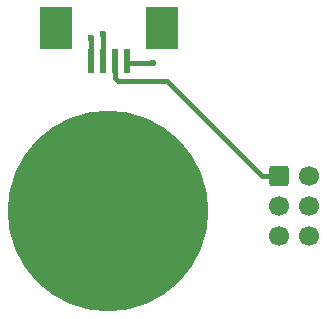
<source format=gbr>
%TF.GenerationSoftware,KiCad,Pcbnew,8.0.6*%
%TF.CreationDate,2025-02-12T14:20:06-05:00*%
%TF.ProjectId,module led hall,6d6f6475-6c65-4206-9c65-642068616c6c,rev?*%
%TF.SameCoordinates,Original*%
%TF.FileFunction,Copper,L1,Top*%
%TF.FilePolarity,Positive*%
%FSLAX46Y46*%
G04 Gerber Fmt 4.6, Leading zero omitted, Abs format (unit mm)*
G04 Created by KiCad (PCBNEW 8.0.6) date 2025-02-12 14:20:06*
%MOMM*%
%LPD*%
G01*
G04 APERTURE LIST*
G04 Aperture macros list*
%AMRoundRect*
0 Rectangle with rounded corners*
0 $1 Rounding radius*
0 $2 $3 $4 $5 $6 $7 $8 $9 X,Y pos of 4 corners*
0 Add a 4 corners polygon primitive as box body*
4,1,4,$2,$3,$4,$5,$6,$7,$8,$9,$2,$3,0*
0 Add four circle primitives for the rounded corners*
1,1,$1+$1,$2,$3*
1,1,$1+$1,$4,$5*
1,1,$1+$1,$6,$7*
1,1,$1+$1,$8,$9*
0 Add four rect primitives between the rounded corners*
20,1,$1+$1,$2,$3,$4,$5,0*
20,1,$1+$1,$4,$5,$6,$7,0*
20,1,$1+$1,$6,$7,$8,$9,0*
20,1,$1+$1,$8,$9,$2,$3,0*%
G04 Aperture macros list end*
%TA.AperFunction,ComponentPad*%
%ADD10RoundRect,0.250000X-0.600000X-0.600000X0.600000X-0.600000X0.600000X0.600000X-0.600000X0.600000X0*%
%TD*%
%TA.AperFunction,ComponentPad*%
%ADD11C,1.700000*%
%TD*%
%TA.AperFunction,SMDPad,CuDef*%
%ADD12R,0.610000X2.000000*%
%TD*%
%TA.AperFunction,SMDPad,CuDef*%
%ADD13R,2.680000X3.600000*%
%TD*%
%TA.AperFunction,ViaPad*%
%ADD14C,17.000000*%
%TD*%
%TA.AperFunction,ViaPad*%
%ADD15C,0.600000*%
%TD*%
%TA.AperFunction,Conductor*%
%ADD16C,0.400000*%
%TD*%
G04 APERTURE END LIST*
D10*
%TO.P,J1,1,Pin_1*%
%TO.N,VCC*%
X114500000Y-97000000D03*
D11*
%TO.P,J1,2,Pin_2*%
%TO.N,Red*%
X117040000Y-97000000D03*
%TO.P,J1,3,Pin_3*%
%TO.N,Green*%
X114500000Y-99540000D03*
%TO.P,J1,4,Pin_4*%
%TO.N,Blue*%
X117040000Y-99540000D03*
%TO.P,J1,5,Pin_5*%
%TO.N,Signal*%
X114500000Y-102080000D03*
%TO.P,J1,6,Pin_6*%
%TO.N,GND*%
X117040000Y-102080000D03*
%TD*%
D12*
%TO.P,J2,1,Pin_1*%
%TO.N,Net-(J2-Pin_1)*%
X101550000Y-87340000D03*
%TO.P,J2,2,Pin_2*%
%TO.N,VCC*%
X100550000Y-87340000D03*
%TO.P,J2,3,Pin_3*%
%TO.N,Net-(J2-Pin_3)*%
X99550000Y-87340000D03*
%TO.P,J2,4,Pin_4*%
%TO.N,Net-(J2-Pin_4)*%
X98550000Y-87340000D03*
D13*
%TO.P,J2,MP,MountPin*%
%TO.N,unconnected-(J2-MountPin-PadMP)*%
X104540000Y-84540000D03*
X95560000Y-84540000D03*
%TD*%
D14*
%TO.N,*%
X100000000Y-100000000D03*
D15*
%TO.N,Net-(J2-Pin_1)*%
X103810000Y-87460000D03*
%TO.N,Net-(J2-Pin_4)*%
X98550000Y-85380000D03*
%TO.N,Net-(J2-Pin_3)*%
X99550000Y-85020000D03*
%TD*%
D16*
%TO.N,VCC*%
X105000000Y-89000000D02*
X113000000Y-97000000D01*
X100550000Y-87340000D02*
X100550000Y-88740000D01*
X100810000Y-89000000D02*
X105000000Y-89000000D01*
X100550000Y-88740000D02*
X100810000Y-89000000D01*
X113000000Y-97000000D02*
X114500000Y-97000000D01*
%TO.N,Blue*%
X117120000Y-99540000D02*
X117040000Y-99540000D01*
%TO.N,Signal*%
X114500000Y-102425000D02*
X114500000Y-102080000D01*
%TO.N,Net-(J2-Pin_1)*%
X103810000Y-87460000D02*
X101670000Y-87460000D01*
X101670000Y-87460000D02*
X101550000Y-87340000D01*
%TO.N,Net-(J2-Pin_4)*%
X98550000Y-85380000D02*
X98550000Y-87340000D01*
%TO.N,Net-(J2-Pin_3)*%
X99550000Y-85020000D02*
X99550000Y-87340000D01*
%TD*%
M02*

</source>
